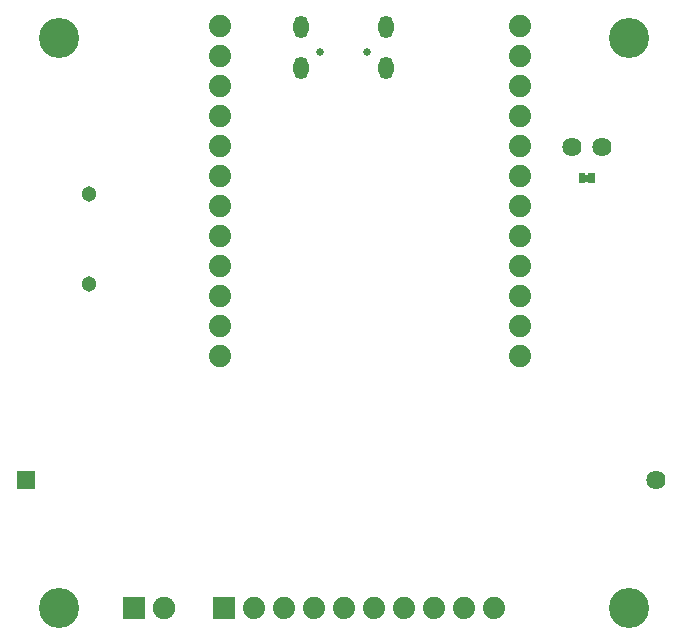
<source format=gbr>
G04 #@! TF.GenerationSoftware,KiCad,Pcbnew,5.1.5+dfsg1-2build2*
G04 #@! TF.CreationDate,2021-03-17T14:18:53+02:00*
G04 #@! TF.ProjectId,LoRa-STM32WL-DevKit_RevA,4c6f5261-2d53-4544-9d33-32574c2d4465,rev?*
G04 #@! TF.SameCoordinates,Original*
G04 #@! TF.FileFunction,Soldermask,Bot*
G04 #@! TF.FilePolarity,Negative*
%FSLAX46Y46*%
G04 Gerber Fmt 4.6, Leading zero omitted, Abs format (unit mm)*
G04 Created by KiCad (PCBNEW 5.1.5+dfsg1-2build2) date 2021-03-17 14:18:53*
%MOMM*%
%LPD*%
G04 APERTURE LIST*
%ADD10C,0.100000*%
%ADD11R,0.609600X0.863600*%
%ADD12C,1.880000*%
%ADD13C,3.402000*%
%ADD14O,1.302000X1.902000*%
%ADD15C,0.652000*%
%ADD16C,1.301600*%
%ADD17C,1.901600*%
%ADD18R,1.901600X1.901600*%
%ADD19C,1.626000*%
%ADD20C,1.879600*%
%ADD21R,1.879600X1.879600*%
%ADD22C,1.625600*%
%ADD23R,1.625600X1.625600*%
G04 APERTURE END LIST*
D10*
G36*
X104511089Y-102513424D02*
G01*
X104501560Y-102510533D01*
X104492777Y-102505839D01*
X104485079Y-102499521D01*
X104478761Y-102491823D01*
X104474067Y-102483040D01*
X104471176Y-102473511D01*
X104470200Y-102463600D01*
X104470200Y-102387400D01*
X104013000Y-102387400D01*
X104012642Y-102387399D01*
X104009096Y-102387374D01*
X104006265Y-102387275D01*
X103981498Y-102385717D01*
X103976564Y-102385163D01*
X103952067Y-102381195D01*
X103947213Y-102380164D01*
X103923221Y-102373825D01*
X103918490Y-102372324D01*
X103895231Y-102363674D01*
X103890670Y-102361719D01*
X103868366Y-102350841D01*
X103864017Y-102348450D01*
X103842880Y-102335447D01*
X103838783Y-102332642D01*
X103819017Y-102317638D01*
X103815216Y-102314448D01*
X103797008Y-102297587D01*
X103793536Y-102294042D01*
X103777060Y-102275485D01*
X103773950Y-102271616D01*
X103759364Y-102251540D01*
X103756647Y-102247388D01*
X103744089Y-102225984D01*
X103741789Y-102221585D01*
X103731380Y-102199058D01*
X103729521Y-102194457D01*
X103721360Y-102171022D01*
X103719958Y-102166260D01*
X103714123Y-102142140D01*
X103713193Y-102137266D01*
X103709739Y-102112692D01*
X103709290Y-102107748D01*
X103708251Y-102082954D01*
X103708285Y-102077992D01*
X103709670Y-102053215D01*
X103710189Y-102048277D01*
X103713986Y-102023753D01*
X103714984Y-102018893D01*
X103721155Y-101994857D01*
X103722623Y-101990114D01*
X103731111Y-101966795D01*
X103733033Y-101962222D01*
X103743755Y-101939842D01*
X103746117Y-101935475D01*
X103758972Y-101914249D01*
X103761747Y-101910134D01*
X103776613Y-101890263D01*
X103779776Y-101886439D01*
X103796509Y-101868114D01*
X103800031Y-101864617D01*
X103818473Y-101848012D01*
X103822319Y-101844875D01*
X103842293Y-101830149D01*
X103846426Y-101827403D01*
X103867741Y-101814696D01*
X103872124Y-101812366D01*
X103894578Y-101801800D01*
X103899168Y-101799908D01*
X103922546Y-101791584D01*
X103927295Y-101790150D01*
X103951373Y-101784146D01*
X103956243Y-101783182D01*
X103980793Y-101779557D01*
X103985733Y-101779073D01*
X104010519Y-101777861D01*
X104013000Y-101777800D01*
X104470200Y-101777800D01*
X104470200Y-101701600D01*
X104471176Y-101691689D01*
X104474067Y-101682160D01*
X104478761Y-101673377D01*
X104485079Y-101665679D01*
X104492777Y-101659361D01*
X104501560Y-101654667D01*
X104511089Y-101651776D01*
X104521000Y-101650800D01*
X105029000Y-101650800D01*
X105038911Y-101651776D01*
X105048440Y-101654667D01*
X105057223Y-101659361D01*
X105064921Y-101665679D01*
X105071239Y-101673377D01*
X105075933Y-101682160D01*
X105078824Y-101691689D01*
X105079800Y-101701600D01*
X105079800Y-102463600D01*
X105078824Y-102473511D01*
X105075933Y-102483040D01*
X105071239Y-102491823D01*
X105064921Y-102499521D01*
X105057223Y-102505839D01*
X105048440Y-102510533D01*
X105038911Y-102513424D01*
X105029000Y-102514400D01*
X104521000Y-102514400D01*
X104511089Y-102513424D01*
G37*
D11*
X104013000Y-102082600D03*
D12*
X98724000Y-89210000D03*
X98724000Y-91750000D03*
X98724000Y-94290000D03*
X98724000Y-96830000D03*
X98724000Y-99370000D03*
X98724000Y-101910000D03*
X98724000Y-104450000D03*
X98724000Y-106990000D03*
X98724000Y-109530000D03*
X98724000Y-112070000D03*
X98724000Y-114610000D03*
X98724000Y-117150000D03*
X73324000Y-89210000D03*
X73324000Y-91750000D03*
X73324000Y-94290000D03*
X73324000Y-96830000D03*
X73324000Y-99370000D03*
X73324000Y-101910000D03*
X73324000Y-104450000D03*
X73324000Y-106990000D03*
X73324000Y-109530000D03*
X73324000Y-112070000D03*
X73324000Y-114610000D03*
X73324000Y-117150000D03*
D13*
X107950000Y-90170000D03*
X59690000Y-90170000D03*
X107950000Y-138430000D03*
X59690000Y-138430000D03*
D14*
X80220000Y-89272000D03*
X80220000Y-92742000D03*
X87420000Y-92742000D03*
X87420000Y-89272000D03*
D15*
X81820000Y-91422000D03*
X85820000Y-91422000D03*
D16*
X62230000Y-103378000D03*
X62230000Y-110998000D03*
D17*
X68580000Y-138430000D03*
D18*
X66040000Y-138430000D03*
D19*
X105664000Y-99441000D03*
X103124000Y-99441000D03*
D20*
X81280000Y-138430000D03*
X78740000Y-138430000D03*
X76200000Y-138430000D03*
D21*
X73660000Y-138430000D03*
D20*
X83820000Y-138430000D03*
X86360000Y-138430000D03*
X91440000Y-138430000D03*
X88900000Y-138430000D03*
X93980000Y-138430000D03*
X96520000Y-138430000D03*
D22*
X110240000Y-127640000D03*
D23*
X56900000Y-127640000D03*
M02*

</source>
